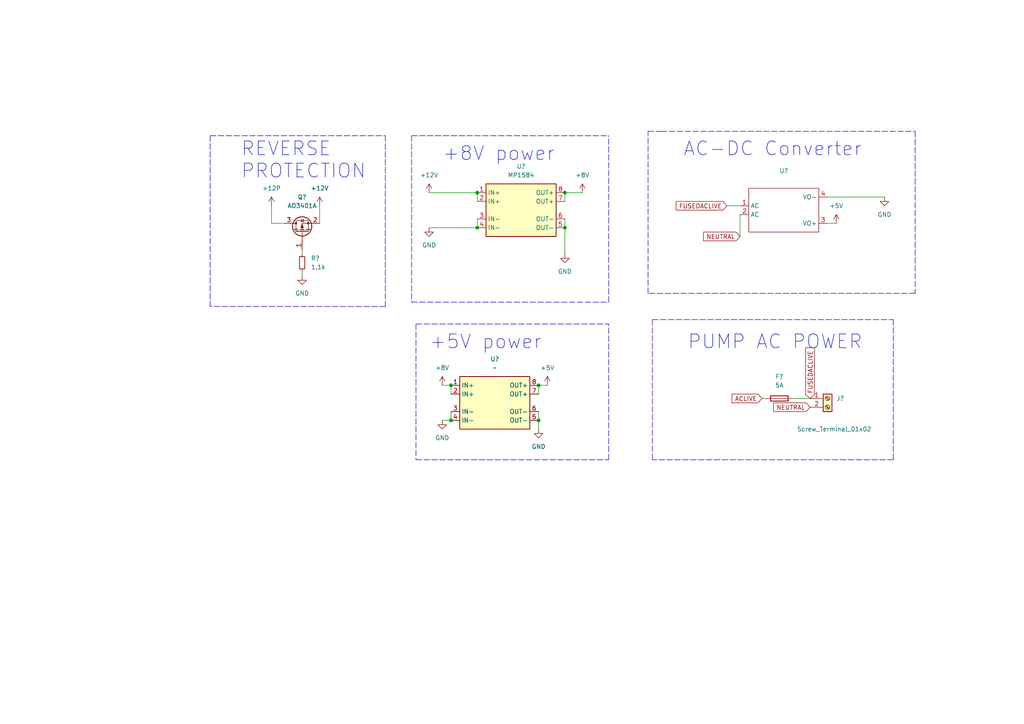
<source format=kicad_sch>
(kicad_sch (version 20211123) (generator eeschema)
  (paper "A4")
  (lib_symbols
    (symbol "Connector:Screw_Terminal_01x02" (pin_names (offset 1.016) hide)
      (property "Reference" "J" (at 0 2.54 0))
      (property "Value" "Screw_Terminal_01x02" (at 0 -5.08 0))
      (symbol "Screw_Terminal_01x02_1_1"
        (rectangle (start -1.27 1.27) (end 1.27 -3.81) (stroke (width 0.254)) (fill (type background)))
        (circle (center 0 -2.54) (radius 0.635) (stroke (width 0.1524)))
        (polyline (pts (xy -0.5334 -2.2098) (xy 0.3302 -3.048)) (stroke (width 0.1524)))
        (polyline (pts (xy -0.5334 0.3302) (xy 0.3302 -0.508)) (stroke (width 0.1524)))
        (polyline (pts (xy -0.3556 -2.032) (xy 0.508 -2.8702)) (stroke (width 0.1524)))
        (polyline (pts (xy -0.3556 0.508) (xy 0.508 -0.3302)) (stroke (width 0.1524)))
        (circle (center 0 0) (radius 0.635) (stroke (width 0.1524)))
        (pin passive line (at -5.08 0 0) (length 3.81) (name "Pin_1") (number "1"))
        (pin passive line (at -5.08 -2.54 0) (length 3.81) (name "Pin_2") (number "2"))
      )
    )
    (symbol "Device:Fuse" (pin_numbers hide) (pin_names (offset 0))
      (property "Reference" "F" (at 2.032 0 90))
      (property "Value" "Fuse" (at -1.905 0 90))
      (symbol "Fuse_0_1"
        (rectangle (start -0.762 -2.54) (end 0.762 2.54) (stroke (width 0.254)))
        (polyline (pts (xy 0 2.54) (xy 0 -2.54)))
      )
      (symbol "Fuse_1_1"
        (pin passive line (at 0 3.81 270) (length 1.27) (name "~") (number "1"))
        (pin passive line (at 0 -3.81 90) (length 1.27) (name "~") (number "2"))
      )
    )
    (symbol "Device:R_Small" (pin_numbers hide) (pin_names (offset 0.254) hide)
      (property "Reference" "R" (at 0.762 0.508 0))
      (property "Value" "R_Small" (at 0.762 -1.016 0))
      (symbol "R_Small_0_1"
        (rectangle (start -0.762 1.778) (end 0.762 -1.778) (stroke (width 0.2032)))
      )
      (symbol "R_Small_1_1"
        (pin passive line (at 0 2.54 270) (length 0.762) (name "~") (number "1"))
        (pin passive line (at 0 -2.54 90) (length 0.762) (name "~") (number "2"))
      )
    )
    (symbol "Transistor_FET:AO3401A" (pin_names hide)
      (property "Reference" "Q" (at 5.08 1.905 0))
      (property "Value" "AO3401A" (at 5.08 0 0))
      (symbol "AO3401A_0_1"
        (polyline (pts (xy 0.254 0) (xy -2.54 0)))
        (polyline (pts (xy 0.254 1.905) (xy 0.254 -1.905)) (stroke (width 0.254)))
        (polyline (pts (xy 0.762 -1.27) (xy 0.762 -2.286)) (stroke (width 0.254)))
        (polyline (pts (xy 0.762 0.508) (xy 0.762 -0.508)) (stroke (width 0.254)))
        (polyline (pts (xy 0.762 2.286) (xy 0.762 1.27)) (stroke (width 0.254)))
        (polyline (pts (xy 2.54 2.54) (xy 2.54 1.778)))
        (polyline (pts (xy 2.54 -2.54) (xy 2.54 0) (xy 0.762 0)))
        (polyline (pts (xy 0.762 1.778) (xy 3.302 1.778) (xy 3.302 -1.778) (xy 0.762 -1.778)))
        (polyline (pts (xy 2.286 0) (xy 1.27 0.381) (xy 1.27 -0.381) (xy 2.286 0)) (fill (type outline)))
        (polyline (pts (xy 2.794 -0.508) (xy 2.921 -0.381) (xy 3.683 -0.381) (xy 3.81 -0.254)))
        (polyline (pts (xy 3.302 -0.381) (xy 2.921 0.254) (xy 3.683 0.254) (xy 3.302 -0.381)))
        (circle (center 1.651 0) (radius 2.794) (stroke (width 0.254)))
        (circle (center 2.54 -1.778) (radius 0.254) (fill (type outline)))
        (circle (center 2.54 1.778) (radius 0.254) (fill (type outline)))
      )
      (symbol "AO3401A_1_1"
        (pin input line (at -5.08 0 0) (length 2.54) (name "G") (number "1"))
        (pin passive line (at 2.54 -5.08 90) (length 2.54) (name "S") (number "2"))
        (pin passive line (at 2.54 5.08 270) (length 2.54) (name "D") (number "3"))
      )
    )
    (symbol "Userlibrary:AC-DC"
      (property "Reference" "U" (at 0 0 0))
      (property "Value" "AC-DC" (at 0 0 0))
      (symbol "AC-DC_0_1"
        (rectangle (start 0 12.7) (end 20.32 0))
      )
      (symbol "AC-DC_1_1"
        (pin power_in line (at -2.54 7.62 0) (length 2.54) (name "AC") (number "1"))
        (pin power_in line (at -2.54 5.08 0) (length 2.54) (name "AC") (number "2"))
        (pin power_out line (at 22.86 2.54 180) (length 2.54) (name "VO+") (number "3"))
        (pin power_out line (at 22.86 10.16 180) (length 2.54) (name "VO-") (number "4"))
      )
    )
    (symbol "Userlibrary:MP1584"
      (property "Reference" "U" (at -10.16 8.89 0))
      (property "Value" "MP1584" (at -3.81 8.89 0))
      (symbol "MP1584_0_1"
        (rectangle (start -10.16 7.62) (end 10.16 -7.62) (stroke (width 0.254)) (fill (type background)))
      )
      (symbol "MP1584_1_1"
        (pin power_in line (at -12.7 5.08 0) (length 2.54) (name "IN+") (number "1"))
        (pin power_in line (at -12.7 2.54 0) (length 2.54) (name "IN+") (number "2"))
        (pin power_in line (at -12.7 -2.54 0) (length 2.54) (name "IN-") (number "3"))
        (pin power_in line (at -12.7 -5.08 0) (length 2.54) (name "IN-") (number "4"))
        (pin power_out line (at 12.7 -5.08 180) (length 2.54) (name "OUT-") (number "5"))
        (pin power_out line (at 12.7 -2.54 180) (length 2.54) (name "OUT-") (number "6"))
        (pin power_out line (at 12.7 2.54 180) (length 2.54) (name "OUT+") (number "7"))
        (pin power_out line (at 12.7 5.08 180) (length 2.54) (name "OUT+") (number "8"))
      )
    )
    (symbol "power:+12P" (power) (pin_names (offset 0))
      (property "Value" "+12P" (at 0 3.556 0))
      (symbol "+12P_0_1"
        (polyline (pts (xy -0.762 1.27) (xy 0 2.54)))
        (polyline (pts (xy 0 0) (xy 0 2.54)))
        (polyline (pts (xy 0 2.54) (xy 0.762 1.27)))
      )
      (symbol "+12P_1_1"
        (pin power_in line (at 0 0 90) (length 0) hide (name "+12P") (number "1"))
      )
    )
    (symbol "power:+12V" (power) (pin_names (offset 0))
      (property "Value" "+12V" (at 0 3.556 0))
      (symbol "+12V_0_1"
        (polyline (pts (xy -0.762 1.27) (xy 0 2.54)))
        (polyline (pts (xy 0 0) (xy 0 2.54)))
        (polyline (pts (xy 0 2.54) (xy 0.762 1.27)))
      )
      (symbol "+12V_1_1"
        (pin power_in line (at 0 0 90) (length 0) hide (name "+12V") (number "1"))
      )
    )
    (symbol "power:+5V" (power) (pin_names (offset 0))
      (property "Value" "+5V" (at 0 3.556 0))
      (symbol "+5V_0_1"
        (polyline (pts (xy -0.762 1.27) (xy 0 2.54)))
        (polyline (pts (xy 0 0) (xy 0 2.54)))
        (polyline (pts (xy 0 2.54) (xy 0.762 1.27)))
      )
      (symbol "+5V_1_1"
        (pin power_in line (at 0 0 90) (length 0) hide (name "+5V") (number "1"))
      )
    )
    (symbol "power:+8V" (power) (pin_names (offset 0))
      (property "Value" "+8V" (at 0 3.556 0))
      (symbol "+8V_0_1"
        (polyline (pts (xy -0.762 1.27) (xy 0 2.54)))
        (polyline (pts (xy 0 0) (xy 0 2.54)))
        (polyline (pts (xy 0 2.54) (xy 0.762 1.27)))
      )
      (symbol "+8V_1_1"
        (pin power_in line (at 0 0 90) (length 0) hide (name "+8V") (number "1"))
      )
    )
    (symbol "power:GND" (power) (pin_names (offset 0))
      (property "Value" "GND" (at 0 -3.81 0))
      (symbol "GND_0_1"
        (polyline (pts (xy 0 0) (xy 0 -1.27) (xy 1.27 -1.27) (xy 0 -2.54) (xy -1.27 -1.27) (xy 0 -1.27)))
      )
      (symbol "GND_1_1"
        (pin power_in line (at 0 0 270) (length 0) hide (name "GND") (number "1"))
      )
    )
  )
  (junction (at 138.43 55.88))
  (junction (at 130.81 121.92))
  (junction (at 138.43 66.04))
  (junction (at 163.83 55.88))
  (junction (at 130.81 111.76))
  (junction (at 156.21 111.76))
  (junction (at 163.83 66.04))
  (junction (at 156.21 121.92))
  (wire (pts (xy 156.21 124.46) (xy 156.21 121.92)))
  (polyline (pts (xy 119.38 39.37) (xy 176.53 39.37)))
  (polyline (pts (xy 189.23 92.71) (xy 259.08 92.71)))
  (polyline (pts (xy 265.43 38.1) (xy 265.43 85.09)))
  (polyline (pts (xy 176.53 133.35) (xy 176.53 93.98)))
  (wire (pts (xy 124.46 66.04) (xy 138.43 66.04)))
  (polyline (pts (xy 119.38 39.37) (xy 119.38 87.63)))
  (wire (pts (xy 128.27 121.92) (xy 130.81 121.92)))
  (polyline (pts (xy 111.76 39.37) (xy 111.76 88.9)))
  (wire (pts (xy 87.63 80.01) (xy 87.63 78.74)))
  (wire (pts (xy 163.83 63.5) (xy 163.83 66.04)))
  (wire (pts (xy 163.83 55.88) (xy 168.91 55.88)))
  (wire (pts (xy 124.46 55.88) (xy 138.43 55.88)))
  (wire (pts (xy 240.03 64.77) (xy 242.57 64.77)))
  (wire (pts (xy 138.43 63.5) (xy 138.43 66.04)))
  (polyline (pts (xy 259.08 133.35) (xy 189.23 133.35)))
  (polyline (pts (xy 120.65 93.98) (xy 120.65 133.35)))
  (wire (pts (xy 210.82 59.69) (xy 214.63 59.69)))
  (wire (pts (xy 214.63 62.23) (xy 214.63 68.58)))
  (polyline (pts (xy 119.38 87.63) (xy 176.53 87.63)))
  (polyline (pts (xy 111.76 88.9) (xy 60.96 88.9)))
  (polyline (pts (xy 259.08 92.71) (xy 259.08 133.35)))
  (polyline (pts (xy 60.96 39.37) (xy 111.76 39.37)))
  (wire (pts (xy 128.27 111.76) (xy 130.81 111.76)))
  (polyline (pts (xy 187.96 85.09) (xy 187.96 38.1)))
  (wire (pts (xy 240.03 57.15) (xy 256.54 57.15)))
  (polyline (pts (xy 176.53 87.63) (xy 176.53 39.37)))
  (wire (pts (xy 92.71 59.69) (xy 92.71 64.77)))
  (wire (pts (xy 163.83 73.66) (xy 163.83 66.04)))
  (wire (pts (xy 87.63 73.66) (xy 87.63 72.39)))
  (wire (pts (xy 156.21 111.76) (xy 158.75 111.76)))
  (polyline (pts (xy 120.65 93.98) (xy 176.53 93.98)))
  (polyline (pts (xy 265.43 85.09) (xy 187.96 85.09)))
  (wire (pts (xy 78.74 64.77) (xy 82.55 64.77)))
  (wire (pts (xy 156.21 119.38) (xy 156.21 121.92)))
  (wire (pts (xy 220.98 115.57) (xy 222.25 115.57)))
  (wire (pts (xy 156.21 111.76) (xy 156.21 114.3)))
  (polyline (pts (xy 187.96 38.1) (xy 191.77 38.1)))
  (wire (pts (xy 78.74 59.69) (xy 78.74 64.77)))
  (polyline (pts (xy 189.23 92.71) (xy 189.23 133.35)))
  (wire (pts (xy 229.87 115.57) (xy 234.95 115.57)))
  (wire (pts (xy 130.81 111.76) (xy 130.81 114.3)))
  (wire (pts (xy 138.43 55.88) (xy 138.43 58.42)))
  (polyline (pts (xy 60.96 39.37) (xy 60.96 88.9)))
  (wire (pts (xy 163.83 55.88) (xy 163.83 58.42)))
  (polyline (pts (xy 120.65 133.35) (xy 176.53 133.35)))
  (wire (pts (xy 130.81 119.38) (xy 130.81 121.92)))
  (polyline (pts (xy 191.77 38.1) (xy 265.43 38.1)))
  (text "+8V power\n" (at 128.27 46.99 0) (effects (font (size 4 4)) (justify left bottom)))
  (text "PUMP AC POWER" (at 199.39 101.6 0) (effects (font (size 4 4)) (justify left bottom)))
  (text "AC-DC Converter\n\n" (at 198.12 52.07 0) (effects (font (size 4 4)) (justify left bottom)))
  (text "REVERSE \nPROTECTION\n" (at 69.85 52.07 0) (effects (font (size 4 4)) (justify left bottom)))
  (text "+5V power\n" (at 124.46 101.6 0) (effects (font (size 4 4)) (justify left bottom)))
  (global_label "FUSEDACLIVE" (shape input) (at 210.82 59.69 180) (property "Intersheet References" "${INTERSHEET_REFS}" (effects hide)))
  (global_label "ACLIVE" (shape input) (at 220.98 115.57 180) (property "Intersheet References" "${INTERSHEET_REFS}" (effects hide)))
  (global_label "NEUTRAL" (shape input) (at 234.95 118.11 180) (property "Intersheet References" "${INTERSHEET_REFS}" (effects hide)))
  (global_label "NEUTRAL" (shape input) (at 214.63 68.58 180) (property "Intersheet References" "${INTERSHEET_REFS}" (effects hide)))
  (global_label "FUSEDACLIVE" (shape input) (at 234.95 115.57 90) (property "Intersheet References" "${INTERSHEET_REFS}" (effects hide)))
  (symbol (lib_id "Userlibrary:MP1584") (at 143.51 116.84 0) (unit 1)
    (property "Reference" "U?" (at 143.51 104.14 0))
    (property "Value" "~" (at 143.51 106.68 0))
    (property "Datasheet" "https://www.analog.com/media/en/technical-documentation/data-sheets/ADP2302_2303.pdf" (effects hide))
  )
  (symbol (lib_id "Userlibrary:AC-DC") (at 217.17 67.31 0) (unit 1)
    (property "Reference" "U?" (at 227.33 49.53 0))
  )
  (symbol (lib_id "power:+8V") (at 128.27 111.76 0) (unit 1)
    (property "Reference" "#PWR?" (effects hide))
    (property "Value" "+8V" (at 128.27 106.68 0))
  )
  (symbol (lib_id "power:GND") (at 87.63 80.01 0) (unit 1)
    (property "Reference" "#PWR?" (effects hide))
    (property "Value" "GND" (at 87.63 85.09 0))
  )
  (symbol (lib_id "Device:Fuse") (at 226.06 115.57 270) (unit 1)
    (property "Reference" "F?" (at 226.06 109.22 90))
    (property "Value" "5A" (at 226.06 111.76 90))
  )
  (symbol (lib_id "Userlibrary:MP1584") (at 151.13 60.96 0) (unit 1)
    (property "Reference" "U?" (at 151.13 48.26 0))
    (property "Value" "MP1584" (at 151.13 50.8 0))
    (property "Footprint" "Package_SO:SOIC-8-1EP_3.9x4.9mm_P1.27mm_EP2.29x3mm" (effects hide))
    (property "Datasheet" "https://www.analog.com/media/en/technical-documentation/data-sheets/ADP2302_2303.pdf" (effects hide))
  )
  (symbol (lib_id "power:GND") (at 156.21 124.46 0) (unit 1)
    (property "Reference" "#PWR?" (effects hide))
    (property "Value" "~" (at 156.21 129.54 0))
  )
  (symbol (lib_id "power:+8V") (at 168.91 55.88 0) (unit 1)
    (property "Reference" "#PWR?" (effects hide))
    (property "Value" "+8V" (at 168.91 50.8 0))
  )
  (symbol (lib_id "Connector:Screw_Terminal_01x02") (at 240.03 115.57 0) (unit 1)
    (property "Reference" "J?" (at 242.57 115.5699 0) (effects (justify left)))
    (property "Value" "Screw_Terminal_01x02" (at 231.14 124.46 0) (effects (justify left)))
  )
  (symbol (lib_id "power:GND") (at 163.83 73.66 0) (unit 1)
    (property "Reference" "#PWR?" (effects hide))
    (property "Value" "GND" (at 163.83 78.74 0))
  )
  (symbol (lib_id "Device:R_Small") (at 87.63 76.2 0) (unit 1)
    (property "Reference" "R?" (at 90.17 74.9299 0) (effects (justify left)))
    (property "Value" "1.1k" (at 90.17 77.4699 0) (effects (justify left)))
    (property "Footprint" "Resistor_SMD:R_2010_5025Metric" (effects hide))
    (property "Datasheet" "https://datasheet.lcsc.com/lcsc/1811141140_Ever-Ohms-Tech-CR2010J1K10E04Z_C175161.pdf" (effects hide))
    (property "LCSC Part Number" "C175161" (effects hide))
  )
  (symbol (lib_id "power:+12P") (at 78.74 59.69 0) (unit 1)
    (property "Reference" "#PWR?" (effects hide))
    (property "Value" "+12P" (at 78.74 54.61 0))
  )
  (symbol (lib_id "power:+12V") (at 92.71 59.69 0) (unit 1)
    (property "Reference" "#PWR?" (effects hide))
    (property "Value" "+12V" (at 92.71 54.61 0))
  )
  (symbol (lib_id "power:GND") (at 124.46 66.04 0) (unit 1)
    (property "Reference" "#PWR?" (effects hide))
    (property "Value" "GND" (at 124.46 71.12 0))
  )
  (symbol (lib_id "power:+5V") (at 242.57 64.77 0) (unit 1)
    (property "Reference" "#PWR?" (effects hide))
  )
  (symbol (lib_id "power:+12V") (at 124.46 55.88 0) (unit 1)
    (property "Reference" "#PWR?" (effects hide))
    (property "Value" "+12V" (at 124.46 50.8 0))
  )
  (symbol (lib_id "power:+5V") (at 158.75 111.76 0) (unit 1)
    (property "Reference" "#PWR?" (effects hide))
    (property "Value" "+5V" (at 158.75 106.68 0))
  )
  (symbol (lib_id "Transistor_FET:AO3401A") (at 87.63 67.31 90) (unit 1)
    (property "Reference" "Q?" (at 87.63 57.15 90))
    (property "Value" "AO3401A" (at 87.63 59.69 90))
    (property "Footprint" "Package_TO_SOT_SMD:SOT-23" (effects hide))
    (property "Datasheet" "http://www.aosmd.com/pdfs/datasheet/AO3401A.pdf" (effects hide))
    (property "LCSC Part Number" "C693260" (effects hide))
  )
  (symbol (lib_id "power:GND") (at 256.54 57.15 0) (unit 1)
    (property "Reference" "#PWR?" (effects hide))
  )
  (symbol (lib_id "power:GND") (at 128.27 121.92 0) (unit 1)
    (property "Reference" "#PWR?" (effects hide))
    (property "Value" "~" (at 128.27 127 0))
  )
)
</source>
